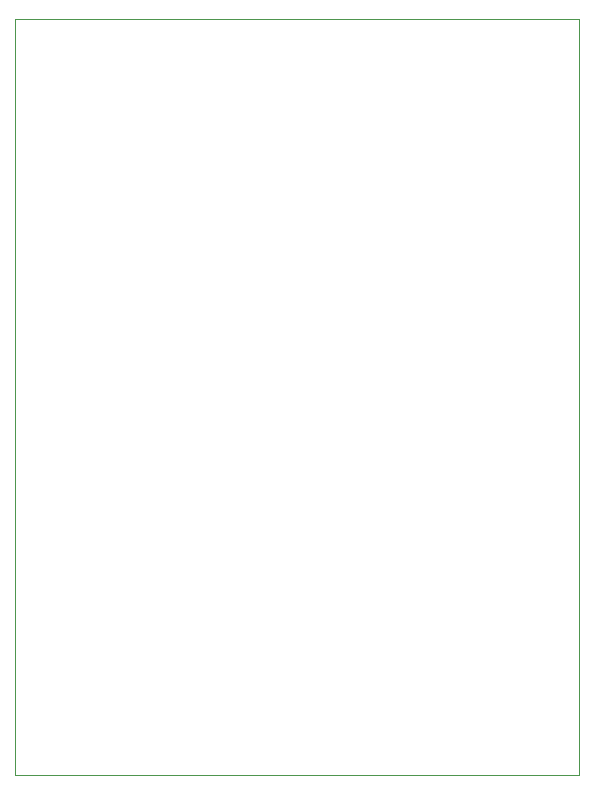
<source format=gbr>
G04 (created by PCBNEW (2013-jul-07)-stable) date Tue 04 Mar 2014 11:11:28 PM PST*
%MOIN*%
G04 Gerber Fmt 3.4, Leading zero omitted, Abs format*
%FSLAX34Y34*%
G01*
G70*
G90*
G04 APERTURE LIST*
%ADD10C,0.00590551*%
%ADD11C,0.00393701*%
G04 APERTURE END LIST*
G54D10*
G54D11*
X57200Y-45400D02*
X57200Y-20200D01*
X76000Y-45400D02*
X57200Y-45400D01*
X76000Y-20200D02*
X76000Y-45400D01*
X57200Y-20200D02*
X76000Y-20200D01*
M02*

</source>
